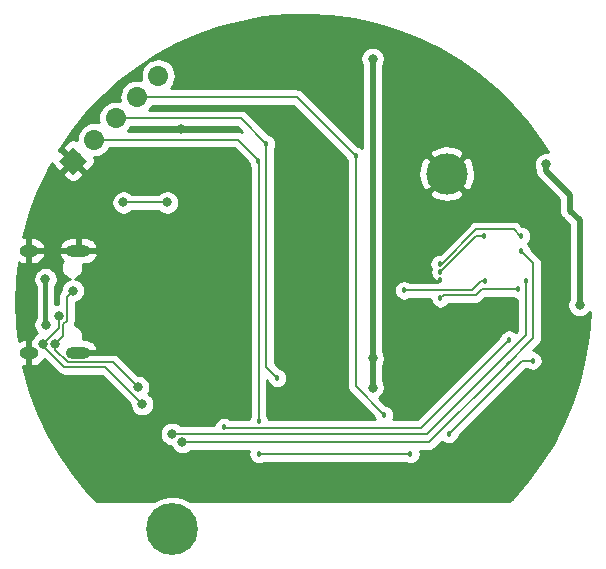
<source format=gbr>
G04 #@! TF.GenerationSoftware,KiCad,Pcbnew,(5.1.4-0-10_14)*
G04 #@! TF.CreationDate,2019-10-28T14:00:27+08:00*
G04 #@! TF.ProjectId,z2m_partner,7a326d5f-7061-4727-946e-65722e6b6963,rev?*
G04 #@! TF.SameCoordinates,Original*
G04 #@! TF.FileFunction,Copper,L2,Bot*
G04 #@! TF.FilePolarity,Positive*
%FSLAX46Y46*%
G04 Gerber Fmt 4.6, Leading zero omitted, Abs format (unit mm)*
G04 Created by KiCad (PCBNEW (5.1.4-0-10_14)) date 2019-10-28 14:00:27*
%MOMM*%
%LPD*%
G04 APERTURE LIST*
%ADD10C,4.399999*%
%ADD11C,0.700000*%
%ADD12C,3.500001*%
%ADD13C,1.700000*%
%ADD14C,0.100000*%
%ADD15C,1.700000*%
%ADD16O,1.600000X1.000000*%
%ADD17O,2.100000X1.000000*%
%ADD18C,0.457200*%
%ADD19C,0.800000*%
%ADD20C,0.508000*%
%ADD21C,0.203200*%
%ADD22C,0.381000*%
%ADD23C,0.254000*%
G04 APERTURE END LIST*
D10*
X173482000Y-122148600D03*
D11*
X175132000Y-122148600D03*
X174648726Y-123315326D03*
X173482000Y-123798600D03*
X172315274Y-123315326D03*
X171832000Y-122148600D03*
X172315274Y-120981874D03*
X173482000Y-120498600D03*
X174648726Y-120981874D03*
D12*
X196723000Y-92024200D03*
D13*
X165100000Y-90932000D03*
D14*
G36*
X166302082Y-90932000D02*
G01*
X165100000Y-92134082D01*
X163897918Y-90932000D01*
X165100000Y-89729918D01*
X166302082Y-90932000D01*
X166302082Y-90932000D01*
G37*
D13*
X166896051Y-89135949D03*
D15*
X166896051Y-89135949D02*
X166896051Y-89135949D01*
D13*
X168692102Y-87339898D03*
D15*
X168692102Y-87339898D02*
X168692102Y-87339898D01*
D13*
X170488154Y-85543846D03*
D15*
X170488154Y-85543846D02*
X170488154Y-85543846D01*
D13*
X172284205Y-83747795D03*
D15*
X172284205Y-83747795D02*
X172284205Y-83747795D01*
D16*
X161350000Y-107190000D03*
X161350000Y-98550000D03*
D17*
X165530000Y-107190000D03*
X165530000Y-98550000D03*
D18*
X196113400Y-100990400D03*
X196088000Y-103911400D03*
D19*
X207137000Y-110286800D03*
X201574400Y-119151400D03*
X204724000Y-115773200D03*
X204241400Y-113258600D03*
X200431400Y-114503200D03*
X185978800Y-111048800D03*
X184480200Y-111048800D03*
X183057800Y-111023400D03*
X193802000Y-106756200D03*
X204876400Y-96088200D03*
X204876400Y-94818200D03*
X204876400Y-93497400D03*
X202869800Y-91084400D03*
X203733400Y-90119200D03*
X174193200Y-88239600D03*
X177317400Y-90474800D03*
X174218600Y-103378000D03*
X172821600Y-103352600D03*
X169418000Y-103327200D03*
X170992800Y-103327200D03*
X174726600Y-109677200D03*
X174701200Y-111353600D03*
X174701200Y-112979200D03*
X172897800Y-117500400D03*
X177419000Y-118719600D03*
X163068000Y-93472000D03*
X184683400Y-98094800D03*
X185724800Y-98094800D03*
X186740800Y-98094800D03*
X183616600Y-98094800D03*
X183616600Y-97053400D03*
X184683400Y-97002600D03*
X185750200Y-97002600D03*
X186791600Y-96977200D03*
X183769000Y-91948000D03*
X184912000Y-91973400D03*
X186055000Y-91948000D03*
X187274200Y-91998800D03*
X187299600Y-93091000D03*
X186029600Y-93141800D03*
X184886600Y-93167200D03*
X183718200Y-93167200D03*
X178562000Y-83820000D03*
X179832000Y-83820000D03*
X181102000Y-83820000D03*
X182372000Y-83820000D03*
X181102000Y-79502000D03*
X182372000Y-79502000D03*
X183642000Y-79502000D03*
X184912000Y-79502000D03*
X186182000Y-79502000D03*
X187452000Y-79502000D03*
X188214000Y-86106000D03*
X192278000Y-86106000D03*
X192278000Y-87376000D03*
X195580000Y-87122000D03*
X166878000Y-113792000D03*
X168402000Y-115316000D03*
X183388000Y-105156000D03*
X184912000Y-105156000D03*
X186436000Y-105156000D03*
X181864000Y-117348000D03*
X183134000Y-117348000D03*
X184404000Y-117348000D03*
X185674000Y-117348000D03*
X187198000Y-117348000D03*
X188722000Y-117348000D03*
X205105000Y-91236800D03*
X207975200Y-103149400D03*
X190449200Y-82296000D03*
X190449200Y-110134400D03*
X190449200Y-107670600D03*
X173050200Y-94462600D03*
X169341800Y-94462600D03*
X162763200Y-104800400D03*
X162737800Y-100965000D03*
D18*
X180771800Y-90932000D03*
X193649600Y-115747800D03*
X180797200Y-115747800D03*
X180797200Y-113004600D03*
X181432200Y-89484200D03*
X182372000Y-109321600D03*
X189011400Y-90541000D03*
X196900800Y-114046000D03*
X203987400Y-107848400D03*
X191414400Y-112445800D03*
X202006200Y-106070400D03*
X177874000Y-113485000D03*
D19*
X174345600Y-114757200D03*
D18*
X202996800Y-98577400D03*
D19*
X173456600Y-114046000D03*
D18*
X203403200Y-101092000D03*
D19*
X162560000Y-106426000D03*
X170942000Y-111531400D03*
X163858500Y-104063800D03*
X163576000Y-106426000D03*
X170561000Y-110109000D03*
X165074600Y-101918400D03*
D18*
X193116200Y-101904800D03*
X199923400Y-101092000D03*
X196189600Y-100330000D03*
X199872600Y-97282000D03*
X196112924Y-99656859D03*
X203022200Y-97282000D03*
X196189600Y-102590600D03*
X202717400Y-101828600D03*
D20*
X205105000Y-91802485D02*
X207137000Y-93834485D01*
X205105000Y-91236800D02*
X205105000Y-91802485D01*
X207137000Y-93834485D02*
X207137000Y-95148400D01*
X207137000Y-95148400D02*
X207975200Y-95986600D01*
X207975200Y-95986600D02*
X207975200Y-103149400D01*
X190449200Y-82296000D02*
X190449200Y-110134400D01*
D21*
X173050200Y-94462600D02*
X169341800Y-94462600D01*
D22*
X162737800Y-104775000D02*
X162763200Y-104800400D01*
X162737800Y-100965000D02*
X162737800Y-104775000D01*
D21*
X168098132Y-89135949D02*
X166896051Y-89135949D01*
X180670200Y-90786511D02*
X179019638Y-89135949D01*
X179019638Y-89135949D02*
X168098132Y-89135949D01*
X188849000Y-115747800D02*
X193370200Y-115747800D01*
X193370200Y-115747800D02*
X193649600Y-115747800D01*
X180797200Y-90913511D02*
X180670200Y-90786511D01*
X180797200Y-113004600D02*
X180797200Y-90913511D01*
X188849000Y-115747800D02*
X180797200Y-115747800D01*
X181432200Y-89484200D02*
X179287898Y-87339898D01*
X179287898Y-87339898D02*
X179131502Y-87339898D01*
X168692102Y-87339898D02*
X179131502Y-87339898D01*
X181711600Y-108661200D02*
X182372000Y-109321600D01*
X181432200Y-108381800D02*
X181711600Y-108661200D01*
X181432200Y-89484200D02*
X181432200Y-108381800D01*
X184014246Y-85543846D02*
X170488154Y-85543846D01*
X189011400Y-90541000D02*
X184014246Y-85543846D01*
X196900800Y-114046000D02*
X203098400Y-107848400D01*
X203098400Y-107848400D02*
X203987400Y-107848400D01*
X189011400Y-110042800D02*
X191414400Y-112445800D01*
X189011400Y-109890400D02*
X189011400Y-110042800D01*
X189011400Y-90541000D02*
X189011400Y-109890400D01*
X180542703Y-113534801D02*
X194541799Y-113534801D01*
X194541799Y-113534801D02*
X202006200Y-106070400D01*
X177923801Y-113534801D02*
X177874000Y-113485000D01*
X180542703Y-113534801D02*
X177923801Y-113534801D01*
X174345600Y-114757200D02*
X195249800Y-114757200D01*
X201549000Y-108458000D02*
X202031600Y-107975400D01*
X195249800Y-114757200D02*
X201549000Y-108458000D01*
X203669900Y-99250500D02*
X202996800Y-98577400D01*
X204038200Y-99618800D02*
X203669900Y-99250500D01*
X204038200Y-105968800D02*
X204038200Y-99618800D01*
X201549000Y-108458000D02*
X204038200Y-105968800D01*
X185724800Y-114046000D02*
X173456600Y-114046000D01*
X195046600Y-114046000D02*
X185724800Y-114046000D01*
X203403200Y-105689400D02*
X195046600Y-114046000D01*
X203403200Y-101092000D02*
X203403200Y-105689400D01*
X170942000Y-111314224D02*
X170942000Y-111379000D01*
X171094400Y-111506000D02*
X171094400Y-111466624D01*
X167805420Y-108394820D02*
X166839580Y-108394820D01*
X170516601Y-111106001D02*
X167805420Y-108394820D01*
X166839580Y-108394820D02*
X167050375Y-108394820D01*
X170516601Y-111106001D02*
X170942000Y-111531400D01*
X163255399Y-105730601D02*
X162560000Y-106426000D01*
X163855400Y-105130600D02*
X163255399Y-105730601D01*
X163858500Y-104629485D02*
X163855400Y-104632585D01*
X163855400Y-104632585D02*
X163855400Y-105130600D01*
X163858500Y-104063800D02*
X163858500Y-104629485D01*
X162560000Y-106426000D02*
X162560000Y-106603800D01*
X164351020Y-108394820D02*
X164478020Y-108394820D01*
X162560000Y-106603800D02*
X164351020Y-108394820D01*
X166839580Y-108394820D02*
X164478020Y-108394820D01*
X168529000Y-108077000D02*
X170561000Y-110109000D01*
X164647963Y-107991610D02*
X168443610Y-107991610D01*
X168443610Y-107991610D02*
X168529000Y-108077000D01*
X163576000Y-106919647D02*
X164647963Y-107991610D01*
X163576000Y-106426000D02*
X163576000Y-106919647D01*
X164560101Y-102432899D02*
X165074600Y-101918400D01*
X164560101Y-104476699D02*
X164560101Y-102432899D01*
X164258610Y-104778190D02*
X164560101Y-104476699D01*
X164258610Y-105743390D02*
X164258610Y-104778190D01*
X163576000Y-106426000D02*
X164258610Y-105743390D01*
X193116200Y-101904800D02*
X198831200Y-101904800D01*
X198831200Y-101904800D02*
X199644000Y-101092000D01*
X199644000Y-101092000D02*
X199923400Y-101092000D01*
X196189600Y-100330000D02*
X196418199Y-100101401D01*
X196418199Y-100101401D02*
X197612000Y-98907600D01*
X197612000Y-98907600D02*
X199186800Y-97332800D01*
X199237600Y-97282000D02*
X199872600Y-97282000D01*
X199186800Y-97332800D02*
X199237600Y-97282000D01*
X199197577Y-96751799D02*
X202415799Y-96751799D01*
X196305176Y-99644200D02*
X199197577Y-96751799D01*
X196189600Y-99644200D02*
X196305176Y-99644200D01*
X202946000Y-97282000D02*
X203022200Y-97282000D01*
X202415799Y-96751799D02*
X202946000Y-97282000D01*
X196189600Y-102590600D02*
X196472190Y-102308010D01*
X196472190Y-102308010D02*
X199189990Y-102308010D01*
X199189990Y-102308010D02*
X199694800Y-101803200D01*
X202692000Y-101803200D02*
X202717400Y-101828600D01*
X199694800Y-101803200D02*
X202692000Y-101803200D01*
D23*
G36*
X186962364Y-78685014D02*
G01*
X188876239Y-78953130D01*
X190762762Y-79372455D01*
X192610007Y-79940340D01*
X194406293Y-80653193D01*
X196140265Y-81506508D01*
X197800959Y-82494890D01*
X199377876Y-83612090D01*
X200861047Y-84851044D01*
X202241094Y-86203921D01*
X203509293Y-87662165D01*
X204657625Y-89216559D01*
X205279884Y-90216310D01*
X205206939Y-90201800D01*
X205003061Y-90201800D01*
X204803102Y-90241574D01*
X204614744Y-90319595D01*
X204445226Y-90432863D01*
X204301063Y-90577026D01*
X204187795Y-90746544D01*
X204109774Y-90934902D01*
X204070000Y-91134861D01*
X204070000Y-91338739D01*
X204109774Y-91538698D01*
X204187795Y-91727056D01*
X204215104Y-91767926D01*
X204211700Y-91802485D01*
X204216000Y-91846145D01*
X204216000Y-91846152D01*
X204228864Y-91976759D01*
X204279697Y-92144336D01*
X204362248Y-92298776D01*
X204473342Y-92434144D01*
X204507259Y-92461979D01*
X206248000Y-94202721D01*
X206248001Y-95104731D01*
X206243700Y-95148400D01*
X206260864Y-95322674D01*
X206311698Y-95490252D01*
X206315626Y-95497600D01*
X206394248Y-95644691D01*
X206505342Y-95780059D01*
X206539259Y-95807894D01*
X207086200Y-96354836D01*
X207086201Y-102616931D01*
X207057995Y-102659144D01*
X206979974Y-102847502D01*
X206940200Y-103047461D01*
X206940200Y-103251339D01*
X206979974Y-103451298D01*
X207057995Y-103639656D01*
X207171263Y-103809174D01*
X207315426Y-103953337D01*
X207484944Y-104066605D01*
X207673302Y-104144626D01*
X207873261Y-104184400D01*
X208077139Y-104184400D01*
X208277098Y-104144626D01*
X208465456Y-104066605D01*
X208634974Y-103953337D01*
X208779137Y-103809174D01*
X208835784Y-103724396D01*
X208835784Y-103836282D01*
X208682242Y-105762737D01*
X208376128Y-107670903D01*
X207919377Y-109548717D01*
X207314877Y-111384305D01*
X206566451Y-113166063D01*
X205678829Y-114882727D01*
X204657625Y-116523441D01*
X203509293Y-118077835D01*
X202241094Y-119536079D01*
X202011656Y-119761000D01*
X175011566Y-119761000D01*
X174824875Y-119636257D01*
X174308939Y-119422549D01*
X173761223Y-119313601D01*
X173202777Y-119313601D01*
X172655061Y-119422549D01*
X172139125Y-119636257D01*
X171952434Y-119761000D01*
X167097194Y-119761000D01*
X166210307Y-118819567D01*
X165001086Y-117312056D01*
X163915459Y-115713238D01*
X162960291Y-114033221D01*
X162141620Y-112282626D01*
X161464622Y-110472522D01*
X160933577Y-108614352D01*
X160873136Y-108314392D01*
X160923000Y-108325000D01*
X161223000Y-108325000D01*
X161223000Y-107317000D01*
X161203000Y-107317000D01*
X161203000Y-107063000D01*
X161223000Y-107063000D01*
X161223000Y-106055000D01*
X161477000Y-106055000D01*
X161477000Y-107063000D01*
X161497000Y-107063000D01*
X161497000Y-107317000D01*
X161477000Y-107317000D01*
X161477000Y-108325000D01*
X161777000Y-108325000D01*
X161995987Y-108278415D01*
X162201678Y-108190003D01*
X162386169Y-108063161D01*
X162542369Y-107902764D01*
X162650574Y-107736083D01*
X163804577Y-108890087D01*
X163827645Y-108918195D01*
X163855751Y-108941261D01*
X163855752Y-108941262D01*
X163904629Y-108981374D01*
X163939807Y-109010244D01*
X164067771Y-109078642D01*
X164163700Y-109107742D01*
X164206621Y-109120762D01*
X164351020Y-109134984D01*
X164387206Y-109131420D01*
X167500311Y-109131420D01*
X169907000Y-111538110D01*
X169907000Y-111633339D01*
X169946774Y-111833298D01*
X170024795Y-112021656D01*
X170138063Y-112191174D01*
X170282226Y-112335337D01*
X170451744Y-112448605D01*
X170640102Y-112526626D01*
X170840061Y-112566400D01*
X171043939Y-112566400D01*
X171243898Y-112526626D01*
X171432256Y-112448605D01*
X171601774Y-112335337D01*
X171745937Y-112191174D01*
X171859205Y-112021656D01*
X171937226Y-111833298D01*
X171977000Y-111633339D01*
X171977000Y-111429461D01*
X171937226Y-111229502D01*
X171859205Y-111041144D01*
X171745937Y-110871626D01*
X171601774Y-110727463D01*
X171457122Y-110630810D01*
X171478205Y-110599256D01*
X171556226Y-110410898D01*
X171596000Y-110210939D01*
X171596000Y-110007061D01*
X171556226Y-109807102D01*
X171478205Y-109618744D01*
X171364937Y-109449226D01*
X171220774Y-109305063D01*
X171051256Y-109191795D01*
X170862898Y-109113774D01*
X170662939Y-109074000D01*
X170567710Y-109074000D01*
X169024267Y-107530558D01*
X168990056Y-107496347D01*
X168966985Y-107468235D01*
X168854823Y-107376186D01*
X168726859Y-107307788D01*
X168588009Y-107265668D01*
X168479796Y-107255010D01*
X168479793Y-107255010D01*
X168443610Y-107251446D01*
X168407427Y-107255010D01*
X165383000Y-107255010D01*
X165383000Y-107063000D01*
X165403000Y-107063000D01*
X165403000Y-107043000D01*
X165657000Y-107043000D01*
X165657000Y-107063000D01*
X167047954Y-107063000D01*
X167174119Y-106888126D01*
X167094276Y-106665024D01*
X166972369Y-106477236D01*
X166816169Y-106316839D01*
X166631678Y-106189997D01*
X166425987Y-106101585D01*
X166207000Y-106055000D01*
X165916904Y-106055000D01*
X165923108Y-106040022D01*
X165960000Y-105854552D01*
X165960000Y-105665448D01*
X165923108Y-105479978D01*
X165850741Y-105305269D01*
X165745681Y-105148036D01*
X165611964Y-105014319D01*
X165454731Y-104909259D01*
X165280022Y-104836892D01*
X165210217Y-104823007D01*
X165243923Y-104759948D01*
X165286043Y-104621098D01*
X165296701Y-104512885D01*
X165296701Y-104512884D01*
X165300265Y-104476699D01*
X165296701Y-104440513D01*
X165296701Y-102929498D01*
X165376498Y-102913626D01*
X165564856Y-102835605D01*
X165734374Y-102722337D01*
X165878537Y-102578174D01*
X165991805Y-102408656D01*
X166069826Y-102220298D01*
X166109600Y-102020339D01*
X166109600Y-101816461D01*
X166069826Y-101616502D01*
X165991805Y-101428144D01*
X165878537Y-101258626D01*
X165734374Y-101114463D01*
X165564856Y-101001195D01*
X165376498Y-100923174D01*
X165277820Y-100903546D01*
X165280022Y-100903108D01*
X165454731Y-100830741D01*
X165611964Y-100725681D01*
X165745681Y-100591964D01*
X165850741Y-100434731D01*
X165923108Y-100260022D01*
X165960000Y-100074552D01*
X165960000Y-99885448D01*
X165923108Y-99699978D01*
X165916904Y-99685000D01*
X166207000Y-99685000D01*
X166425987Y-99638415D01*
X166631678Y-99550003D01*
X166816169Y-99423161D01*
X166972369Y-99262764D01*
X167094276Y-99074976D01*
X167174119Y-98851874D01*
X167047954Y-98677000D01*
X165657000Y-98677000D01*
X165657000Y-98697000D01*
X165403000Y-98697000D01*
X165403000Y-98677000D01*
X164012046Y-98677000D01*
X163885881Y-98851874D01*
X163965724Y-99074976D01*
X164087631Y-99262764D01*
X164228206Y-99407116D01*
X164149259Y-99525269D01*
X164076892Y-99699978D01*
X164040000Y-99885448D01*
X164040000Y-100074552D01*
X164076892Y-100260022D01*
X164149259Y-100434731D01*
X164254319Y-100591964D01*
X164388036Y-100725681D01*
X164545269Y-100830741D01*
X164719978Y-100903108D01*
X164796780Y-100918385D01*
X164772702Y-100923174D01*
X164584344Y-101001195D01*
X164414826Y-101114463D01*
X164270663Y-101258626D01*
X164157395Y-101428144D01*
X164079374Y-101616502D01*
X164039600Y-101816461D01*
X164039600Y-101907166D01*
X164036727Y-101909524D01*
X164013661Y-101937630D01*
X164013659Y-101937632D01*
X163944677Y-102021687D01*
X163876279Y-102149652D01*
X163856634Y-102214413D01*
X163848930Y-102239812D01*
X163834160Y-102288501D01*
X163819937Y-102432899D01*
X163823502Y-102469092D01*
X163823502Y-103028800D01*
X163756561Y-103028800D01*
X163563300Y-103067242D01*
X163563300Y-101592503D01*
X163655005Y-101455256D01*
X163733026Y-101266898D01*
X163772800Y-101066939D01*
X163772800Y-100863061D01*
X163733026Y-100663102D01*
X163655005Y-100474744D01*
X163541737Y-100305226D01*
X163397574Y-100161063D01*
X163228056Y-100047795D01*
X163039698Y-99969774D01*
X162839739Y-99930000D01*
X162635861Y-99930000D01*
X162435902Y-99969774D01*
X162247544Y-100047795D01*
X162078026Y-100161063D01*
X161933863Y-100305226D01*
X161820595Y-100474744D01*
X161742574Y-100663102D01*
X161702800Y-100863061D01*
X161702800Y-101066939D01*
X161742574Y-101266898D01*
X161820595Y-101455256D01*
X161912300Y-101592503D01*
X161912301Y-104210910D01*
X161845995Y-104310144D01*
X161767974Y-104498502D01*
X161728200Y-104698461D01*
X161728200Y-104902339D01*
X161767974Y-105102298D01*
X161845995Y-105290656D01*
X161959263Y-105460174D01*
X162032662Y-105533573D01*
X161900226Y-105622063D01*
X161756063Y-105766226D01*
X161642795Y-105935744D01*
X161593397Y-106055000D01*
X161477000Y-106055000D01*
X161223000Y-106055000D01*
X160923000Y-106055000D01*
X160704013Y-106101585D01*
X160498322Y-106189997D01*
X160489088Y-106196346D01*
X160321832Y-104801036D01*
X160245000Y-102870000D01*
X160321832Y-100938964D01*
X160489088Y-99543654D01*
X160498322Y-99550003D01*
X160704013Y-99638415D01*
X160923000Y-99685000D01*
X161223000Y-99685000D01*
X161223000Y-98677000D01*
X161477000Y-98677000D01*
X161477000Y-99685000D01*
X161777000Y-99685000D01*
X161995987Y-99638415D01*
X162201678Y-99550003D01*
X162386169Y-99423161D01*
X162542369Y-99262764D01*
X162664276Y-99074976D01*
X162744119Y-98851874D01*
X162617954Y-98677000D01*
X161477000Y-98677000D01*
X161223000Y-98677000D01*
X161203000Y-98677000D01*
X161203000Y-98423000D01*
X161223000Y-98423000D01*
X161223000Y-97415000D01*
X161477000Y-97415000D01*
X161477000Y-98423000D01*
X162617954Y-98423000D01*
X162744119Y-98248126D01*
X163885881Y-98248126D01*
X164012046Y-98423000D01*
X165403000Y-98423000D01*
X165403000Y-97415000D01*
X165657000Y-97415000D01*
X165657000Y-98423000D01*
X167047954Y-98423000D01*
X167174119Y-98248126D01*
X167094276Y-98025024D01*
X166972369Y-97837236D01*
X166816169Y-97676839D01*
X166631678Y-97549997D01*
X166425987Y-97461585D01*
X166207000Y-97415000D01*
X165657000Y-97415000D01*
X165403000Y-97415000D01*
X164853000Y-97415000D01*
X164634013Y-97461585D01*
X164428322Y-97549997D01*
X164243831Y-97676839D01*
X164087631Y-97837236D01*
X163965724Y-98025024D01*
X163885881Y-98248126D01*
X162744119Y-98248126D01*
X162664276Y-98025024D01*
X162542369Y-97837236D01*
X162386169Y-97676839D01*
X162201678Y-97549997D01*
X161995987Y-97461585D01*
X161777000Y-97415000D01*
X161477000Y-97415000D01*
X161223000Y-97415000D01*
X160923000Y-97415000D01*
X160873136Y-97425608D01*
X160933577Y-97125648D01*
X161464622Y-95267478D01*
X161803781Y-94360661D01*
X168306800Y-94360661D01*
X168306800Y-94564539D01*
X168346574Y-94764498D01*
X168424595Y-94952856D01*
X168537863Y-95122374D01*
X168682026Y-95266537D01*
X168851544Y-95379805D01*
X169039902Y-95457826D01*
X169239861Y-95497600D01*
X169443739Y-95497600D01*
X169643698Y-95457826D01*
X169832056Y-95379805D01*
X170001574Y-95266537D01*
X170068911Y-95199200D01*
X172323089Y-95199200D01*
X172390426Y-95266537D01*
X172559944Y-95379805D01*
X172748302Y-95457826D01*
X172948261Y-95497600D01*
X173152139Y-95497600D01*
X173352098Y-95457826D01*
X173540456Y-95379805D01*
X173709974Y-95266537D01*
X173854137Y-95122374D01*
X173967405Y-94952856D01*
X174045426Y-94764498D01*
X174085200Y-94564539D01*
X174085200Y-94360661D01*
X174045426Y-94160702D01*
X173967405Y-93972344D01*
X173854137Y-93802826D01*
X173709974Y-93658663D01*
X173540456Y-93545395D01*
X173352098Y-93467374D01*
X173152139Y-93427600D01*
X172948261Y-93427600D01*
X172748302Y-93467374D01*
X172559944Y-93545395D01*
X172390426Y-93658663D01*
X172323089Y-93726000D01*
X170068911Y-93726000D01*
X170001574Y-93658663D01*
X169832056Y-93545395D01*
X169643698Y-93467374D01*
X169443739Y-93427600D01*
X169239861Y-93427600D01*
X169039902Y-93467374D01*
X168851544Y-93545395D01*
X168682026Y-93658663D01*
X168537863Y-93802826D01*
X168424595Y-93972344D01*
X168346574Y-94160702D01*
X168306800Y-94360661D01*
X161803781Y-94360661D01*
X162141620Y-93457374D01*
X162842057Y-91959603D01*
X164252002Y-91959603D01*
X164252002Y-92184109D01*
X164648815Y-92585267D01*
X164745506Y-92664620D01*
X164855820Y-92723584D01*
X164975519Y-92759893D01*
X165100000Y-92772153D01*
X165224481Y-92759893D01*
X165344180Y-92723584D01*
X165454494Y-92664620D01*
X165551185Y-92585267D01*
X165947998Y-92184109D01*
X165947998Y-91959603D01*
X165100000Y-91111605D01*
X164252002Y-91959603D01*
X162842057Y-91959603D01*
X162960291Y-91706779D01*
X163292254Y-91122899D01*
X163308416Y-91176180D01*
X163367380Y-91286494D01*
X163446733Y-91383185D01*
X163847891Y-91779998D01*
X164072397Y-91779998D01*
X164920395Y-90932000D01*
X164072397Y-90084002D01*
X163882915Y-90084002D01*
X163915459Y-90026762D01*
X164150990Y-89679891D01*
X164252002Y-89679891D01*
X164252002Y-89904397D01*
X165100000Y-90752395D01*
X165114143Y-90738253D01*
X165293748Y-90917858D01*
X165279605Y-90932000D01*
X166127603Y-91779998D01*
X166352109Y-91779998D01*
X166753267Y-91383185D01*
X166832620Y-91286494D01*
X166891584Y-91176180D01*
X166927893Y-91056481D01*
X166940153Y-90932000D01*
X166927893Y-90807519D01*
X166891584Y-90687820D01*
X166855841Y-90620949D01*
X166969001Y-90620949D01*
X167187162Y-90599462D01*
X167467085Y-90514548D01*
X167725065Y-90376655D01*
X167951185Y-90191083D01*
X168136757Y-89964963D01*
X168186153Y-89872549D01*
X178714529Y-89872549D01*
X179920407Y-91078428D01*
X179941387Y-91183903D01*
X180006487Y-91341068D01*
X180060601Y-91422055D01*
X180060600Y-112552560D01*
X180031887Y-112595532D01*
X179966787Y-112752697D01*
X179957736Y-112798201D01*
X178400572Y-112798201D01*
X178283068Y-112719687D01*
X178125903Y-112654587D01*
X177959057Y-112621400D01*
X177788943Y-112621400D01*
X177622097Y-112654587D01*
X177464932Y-112719687D01*
X177323487Y-112814198D01*
X177203198Y-112934487D01*
X177108687Y-113075932D01*
X177043587Y-113233097D01*
X177028410Y-113309400D01*
X174183711Y-113309400D01*
X174116374Y-113242063D01*
X173946856Y-113128795D01*
X173758498Y-113050774D01*
X173558539Y-113011000D01*
X173354661Y-113011000D01*
X173154702Y-113050774D01*
X172966344Y-113128795D01*
X172796826Y-113242063D01*
X172652663Y-113386226D01*
X172539395Y-113555744D01*
X172461374Y-113744102D01*
X172421600Y-113944061D01*
X172421600Y-114147939D01*
X172461374Y-114347898D01*
X172539395Y-114536256D01*
X172652663Y-114705774D01*
X172796826Y-114849937D01*
X172966344Y-114963205D01*
X173154702Y-115041226D01*
X173354661Y-115081000D01*
X173359446Y-115081000D01*
X173428395Y-115247456D01*
X173541663Y-115416974D01*
X173685826Y-115561137D01*
X173855344Y-115674405D01*
X174043702Y-115752426D01*
X174243661Y-115792200D01*
X174447539Y-115792200D01*
X174647498Y-115752426D01*
X174835856Y-115674405D01*
X175005374Y-115561137D01*
X175072711Y-115493800D01*
X179967656Y-115493800D01*
X179966787Y-115495897D01*
X179933600Y-115662743D01*
X179933600Y-115832857D01*
X179966787Y-115999703D01*
X180031887Y-116156868D01*
X180126398Y-116298313D01*
X180246687Y-116418602D01*
X180388132Y-116513113D01*
X180545297Y-116578213D01*
X180712143Y-116611400D01*
X180882257Y-116611400D01*
X181049103Y-116578213D01*
X181206268Y-116513113D01*
X181249240Y-116484400D01*
X193197560Y-116484400D01*
X193240532Y-116513113D01*
X193397697Y-116578213D01*
X193564543Y-116611400D01*
X193734657Y-116611400D01*
X193901503Y-116578213D01*
X194058668Y-116513113D01*
X194200113Y-116418602D01*
X194320402Y-116298313D01*
X194414913Y-116156868D01*
X194480013Y-115999703D01*
X194513200Y-115832857D01*
X194513200Y-115662743D01*
X194480013Y-115495897D01*
X194479144Y-115493800D01*
X195213617Y-115493800D01*
X195249800Y-115497364D01*
X195285983Y-115493800D01*
X195285986Y-115493800D01*
X195394199Y-115483142D01*
X195533049Y-115441022D01*
X195661013Y-115372624D01*
X195773175Y-115280575D01*
X195796246Y-115252463D01*
X196341097Y-114707612D01*
X196350287Y-114716802D01*
X196491732Y-114811313D01*
X196648897Y-114876413D01*
X196815743Y-114909600D01*
X196985857Y-114909600D01*
X197152703Y-114876413D01*
X197309868Y-114811313D01*
X197451313Y-114716802D01*
X197571602Y-114596513D01*
X197666113Y-114455068D01*
X197731213Y-114297903D01*
X197741296Y-114247214D01*
X203403510Y-108585000D01*
X203535360Y-108585000D01*
X203578332Y-108613713D01*
X203735497Y-108678813D01*
X203902343Y-108712000D01*
X204072457Y-108712000D01*
X204239303Y-108678813D01*
X204396468Y-108613713D01*
X204537913Y-108519202D01*
X204658202Y-108398913D01*
X204752713Y-108257468D01*
X204817813Y-108100303D01*
X204851000Y-107933457D01*
X204851000Y-107763343D01*
X204817813Y-107596497D01*
X204752713Y-107439332D01*
X204658202Y-107297887D01*
X204537913Y-107177598D01*
X204396468Y-107083087D01*
X204239303Y-107017987D01*
X204072457Y-106984800D01*
X204063909Y-106984800D01*
X204533468Y-106515241D01*
X204561574Y-106492175D01*
X204653624Y-106380013D01*
X204722022Y-106252049D01*
X204764142Y-106113199D01*
X204774800Y-106004986D01*
X204774800Y-106004977D01*
X204778363Y-105968801D01*
X204774800Y-105932625D01*
X204774800Y-99654986D01*
X204778364Y-99618800D01*
X204764142Y-99474401D01*
X204746905Y-99417579D01*
X204722022Y-99335551D01*
X204653624Y-99207587D01*
X204561575Y-99095425D01*
X204533463Y-99072354D01*
X204216347Y-98755238D01*
X204216342Y-98755232D01*
X203837295Y-98376186D01*
X203827213Y-98325497D01*
X203762113Y-98168332D01*
X203667602Y-98026887D01*
X203583115Y-97942400D01*
X203693002Y-97832513D01*
X203787513Y-97691068D01*
X203852613Y-97533903D01*
X203885800Y-97367057D01*
X203885800Y-97196943D01*
X203852613Y-97030097D01*
X203787513Y-96872932D01*
X203693002Y-96731487D01*
X203572713Y-96611198D01*
X203431268Y-96516687D01*
X203274103Y-96451587D01*
X203128293Y-96422584D01*
X202962245Y-96256536D01*
X202939174Y-96228424D01*
X202827012Y-96136375D01*
X202699048Y-96067977D01*
X202560198Y-96025857D01*
X202451985Y-96015199D01*
X202451982Y-96015199D01*
X202415799Y-96011635D01*
X202379616Y-96015199D01*
X199233763Y-96015199D01*
X199197577Y-96011635D01*
X199161391Y-96015199D01*
X199053178Y-96025857D01*
X198914328Y-96067977D01*
X198786364Y-96136375D01*
X198674202Y-96228424D01*
X198651136Y-96256530D01*
X196114408Y-98793259D01*
X196027867Y-98793259D01*
X195861021Y-98826446D01*
X195703856Y-98891546D01*
X195562411Y-98986057D01*
X195442122Y-99106346D01*
X195347611Y-99247791D01*
X195282511Y-99404956D01*
X195249324Y-99571802D01*
X195249324Y-99741916D01*
X195282511Y-99908762D01*
X195347611Y-100065927D01*
X195358397Y-100082069D01*
X195326000Y-100244943D01*
X195326000Y-100415057D01*
X195359187Y-100581903D01*
X195424287Y-100739068D01*
X195518798Y-100880513D01*
X195639087Y-101000802D01*
X195780532Y-101095313D01*
X195937697Y-101160413D01*
X195976846Y-101168200D01*
X193568240Y-101168200D01*
X193525268Y-101139487D01*
X193368103Y-101074387D01*
X193201257Y-101041200D01*
X193031143Y-101041200D01*
X192864297Y-101074387D01*
X192707132Y-101139487D01*
X192565687Y-101233998D01*
X192445398Y-101354287D01*
X192350887Y-101495732D01*
X192285787Y-101652897D01*
X192252600Y-101819743D01*
X192252600Y-101989857D01*
X192285787Y-102156703D01*
X192350887Y-102313868D01*
X192445398Y-102455313D01*
X192565687Y-102575602D01*
X192707132Y-102670113D01*
X192864297Y-102735213D01*
X193031143Y-102768400D01*
X193201257Y-102768400D01*
X193368103Y-102735213D01*
X193525268Y-102670113D01*
X193568240Y-102641400D01*
X195326000Y-102641400D01*
X195326000Y-102675657D01*
X195359187Y-102842503D01*
X195424287Y-102999668D01*
X195518798Y-103141113D01*
X195639087Y-103261402D01*
X195780532Y-103355913D01*
X195937697Y-103421013D01*
X196104543Y-103454200D01*
X196274657Y-103454200D01*
X196441503Y-103421013D01*
X196598668Y-103355913D01*
X196740113Y-103261402D01*
X196860402Y-103141113D01*
X196924884Y-103044610D01*
X199153807Y-103044610D01*
X199189990Y-103048174D01*
X199226173Y-103044610D01*
X199226176Y-103044610D01*
X199334389Y-103033952D01*
X199473239Y-102991832D01*
X199601203Y-102923434D01*
X199713365Y-102831385D01*
X199736435Y-102803274D01*
X199999910Y-102539800D01*
X202227347Y-102539800D01*
X202308332Y-102593913D01*
X202465497Y-102659013D01*
X202632343Y-102692200D01*
X202666600Y-102692200D01*
X202666601Y-105384289D01*
X202604003Y-105446888D01*
X202556713Y-105399598D01*
X202415268Y-105305087D01*
X202258103Y-105239987D01*
X202091257Y-105206800D01*
X201921143Y-105206800D01*
X201754297Y-105239987D01*
X201597132Y-105305087D01*
X201455687Y-105399598D01*
X201335398Y-105519887D01*
X201240887Y-105661332D01*
X201175787Y-105818497D01*
X201165705Y-105869185D01*
X194236690Y-112798201D01*
X192203185Y-112798201D01*
X192244813Y-112697703D01*
X192278000Y-112530857D01*
X192278000Y-112360743D01*
X192244813Y-112193897D01*
X192179713Y-112036732D01*
X192085202Y-111895287D01*
X191964913Y-111774998D01*
X191823468Y-111680487D01*
X191666303Y-111615387D01*
X191615615Y-111605305D01*
X191012865Y-111002555D01*
X191108974Y-110938337D01*
X191253137Y-110794174D01*
X191366405Y-110624656D01*
X191444426Y-110436298D01*
X191484200Y-110236339D01*
X191484200Y-110032461D01*
X191444426Y-109832502D01*
X191366405Y-109644144D01*
X191338200Y-109601932D01*
X191338200Y-108203068D01*
X191366405Y-108160856D01*
X191444426Y-107972498D01*
X191484200Y-107772539D01*
X191484200Y-107568661D01*
X191444426Y-107368702D01*
X191366405Y-107180344D01*
X191338200Y-107138132D01*
X191338200Y-93693809D01*
X195232997Y-93693809D01*
X195419073Y-94034966D01*
X195836409Y-94250713D01*
X196287815Y-94380896D01*
X196755946Y-94420513D01*
X197222811Y-94368042D01*
X197670468Y-94225497D01*
X198026927Y-94034966D01*
X198213003Y-93693809D01*
X196723000Y-92203805D01*
X195232997Y-93693809D01*
X191338200Y-93693809D01*
X191338200Y-92057146D01*
X194326687Y-92057146D01*
X194379158Y-92524011D01*
X194521703Y-92971668D01*
X194712234Y-93328127D01*
X195053391Y-93514203D01*
X196543395Y-92024200D01*
X196902605Y-92024200D01*
X198392609Y-93514203D01*
X198733766Y-93328127D01*
X198949513Y-92910791D01*
X199079696Y-92459385D01*
X199119313Y-91991254D01*
X199066842Y-91524389D01*
X198924297Y-91076732D01*
X198733766Y-90720273D01*
X198392609Y-90534197D01*
X196902605Y-92024200D01*
X196543395Y-92024200D01*
X195053391Y-90534197D01*
X194712234Y-90720273D01*
X194496487Y-91137609D01*
X194366304Y-91589015D01*
X194326687Y-92057146D01*
X191338200Y-92057146D01*
X191338200Y-90354591D01*
X195232997Y-90354591D01*
X196723000Y-91844595D01*
X198213003Y-90354591D01*
X198026927Y-90013434D01*
X197609591Y-89797687D01*
X197158185Y-89667504D01*
X196690054Y-89627887D01*
X196223189Y-89680358D01*
X195775532Y-89822903D01*
X195419073Y-90013434D01*
X195232997Y-90354591D01*
X191338200Y-90354591D01*
X191338200Y-82828468D01*
X191366405Y-82786256D01*
X191444426Y-82597898D01*
X191484200Y-82397939D01*
X191484200Y-82194061D01*
X191444426Y-81994102D01*
X191366405Y-81805744D01*
X191253137Y-81636226D01*
X191108974Y-81492063D01*
X190939456Y-81378795D01*
X190751098Y-81300774D01*
X190551139Y-81261000D01*
X190347261Y-81261000D01*
X190147302Y-81300774D01*
X189958944Y-81378795D01*
X189789426Y-81492063D01*
X189645263Y-81636226D01*
X189531995Y-81805744D01*
X189453974Y-81994102D01*
X189414200Y-82194061D01*
X189414200Y-82397939D01*
X189453974Y-82597898D01*
X189531995Y-82786256D01*
X189560200Y-82828468D01*
X189560200Y-89869054D01*
X189420468Y-89775687D01*
X189263303Y-89710587D01*
X189212615Y-89700505D01*
X184560692Y-85048583D01*
X184537621Y-85020471D01*
X184425459Y-84928422D01*
X184297495Y-84860024D01*
X184158645Y-84817904D01*
X184050432Y-84807246D01*
X184050429Y-84807246D01*
X184014246Y-84803682D01*
X183978063Y-84807246D01*
X173334079Y-84807246D01*
X173339339Y-84802929D01*
X173524911Y-84576809D01*
X173662804Y-84318829D01*
X173747718Y-84038906D01*
X173776390Y-83747795D01*
X173747718Y-83456684D01*
X173662804Y-83176761D01*
X173524911Y-82918781D01*
X173339339Y-82692661D01*
X173113219Y-82507089D01*
X172855239Y-82369196D01*
X172575316Y-82284282D01*
X172357155Y-82262795D01*
X172211255Y-82262795D01*
X171993094Y-82284282D01*
X171713171Y-82369196D01*
X171455191Y-82507089D01*
X171229071Y-82692661D01*
X171043499Y-82918781D01*
X170905606Y-83176761D01*
X170820692Y-83456684D01*
X170792020Y-83747795D01*
X170820692Y-84038906D01*
X170838731Y-84098372D01*
X170779265Y-84080333D01*
X170561104Y-84058846D01*
X170415204Y-84058846D01*
X170197043Y-84080333D01*
X169917120Y-84165247D01*
X169659140Y-84303140D01*
X169433020Y-84488712D01*
X169247448Y-84714832D01*
X169109555Y-84972812D01*
X169024641Y-85252735D01*
X168995969Y-85543846D01*
X169024641Y-85834957D01*
X169042680Y-85894424D01*
X168983213Y-85876385D01*
X168765052Y-85854898D01*
X168619152Y-85854898D01*
X168400991Y-85876385D01*
X168121068Y-85961299D01*
X167863088Y-86099192D01*
X167636968Y-86284764D01*
X167451396Y-86510884D01*
X167313503Y-86768864D01*
X167228589Y-87048787D01*
X167199917Y-87339898D01*
X167228589Y-87631009D01*
X167246628Y-87690475D01*
X167187162Y-87672436D01*
X166969001Y-87650949D01*
X166823101Y-87650949D01*
X166604940Y-87672436D01*
X166325017Y-87757350D01*
X166067037Y-87895243D01*
X165840917Y-88080815D01*
X165655345Y-88306935D01*
X165517452Y-88564915D01*
X165432538Y-88844838D01*
X165403866Y-89135949D01*
X165407647Y-89174340D01*
X165344180Y-89140416D01*
X165224481Y-89104107D01*
X165100000Y-89091847D01*
X164975519Y-89104107D01*
X164855820Y-89140416D01*
X164745506Y-89199380D01*
X164648815Y-89278733D01*
X164252002Y-89679891D01*
X164150990Y-89679891D01*
X165001086Y-88427944D01*
X166210307Y-86920433D01*
X167535477Y-85513761D01*
X168968219Y-84216820D01*
X170499474Y-83037810D01*
X172119561Y-81984187D01*
X173818237Y-81062609D01*
X175584762Y-80278906D01*
X177407969Y-79638030D01*
X179276330Y-79144035D01*
X181178033Y-78800042D01*
X183101054Y-78608228D01*
X185033237Y-78569804D01*
X186962364Y-78685014D01*
X186962364Y-78685014D01*
G37*
X186962364Y-78685014D02*
X188876239Y-78953130D01*
X190762762Y-79372455D01*
X192610007Y-79940340D01*
X194406293Y-80653193D01*
X196140265Y-81506508D01*
X197800959Y-82494890D01*
X199377876Y-83612090D01*
X200861047Y-84851044D01*
X202241094Y-86203921D01*
X203509293Y-87662165D01*
X204657625Y-89216559D01*
X205279884Y-90216310D01*
X205206939Y-90201800D01*
X205003061Y-90201800D01*
X204803102Y-90241574D01*
X204614744Y-90319595D01*
X204445226Y-90432863D01*
X204301063Y-90577026D01*
X204187795Y-90746544D01*
X204109774Y-90934902D01*
X204070000Y-91134861D01*
X204070000Y-91338739D01*
X204109774Y-91538698D01*
X204187795Y-91727056D01*
X204215104Y-91767926D01*
X204211700Y-91802485D01*
X204216000Y-91846145D01*
X204216000Y-91846152D01*
X204228864Y-91976759D01*
X204279697Y-92144336D01*
X204362248Y-92298776D01*
X204473342Y-92434144D01*
X204507259Y-92461979D01*
X206248000Y-94202721D01*
X206248001Y-95104731D01*
X206243700Y-95148400D01*
X206260864Y-95322674D01*
X206311698Y-95490252D01*
X206315626Y-95497600D01*
X206394248Y-95644691D01*
X206505342Y-95780059D01*
X206539259Y-95807894D01*
X207086200Y-96354836D01*
X207086201Y-102616931D01*
X207057995Y-102659144D01*
X206979974Y-102847502D01*
X206940200Y-103047461D01*
X206940200Y-103251339D01*
X206979974Y-103451298D01*
X207057995Y-103639656D01*
X207171263Y-103809174D01*
X207315426Y-103953337D01*
X207484944Y-104066605D01*
X207673302Y-104144626D01*
X207873261Y-104184400D01*
X208077139Y-104184400D01*
X208277098Y-104144626D01*
X208465456Y-104066605D01*
X208634974Y-103953337D01*
X208779137Y-103809174D01*
X208835784Y-103724396D01*
X208835784Y-103836282D01*
X208682242Y-105762737D01*
X208376128Y-107670903D01*
X207919377Y-109548717D01*
X207314877Y-111384305D01*
X206566451Y-113166063D01*
X205678829Y-114882727D01*
X204657625Y-116523441D01*
X203509293Y-118077835D01*
X202241094Y-119536079D01*
X202011656Y-119761000D01*
X175011566Y-119761000D01*
X174824875Y-119636257D01*
X174308939Y-119422549D01*
X173761223Y-119313601D01*
X173202777Y-119313601D01*
X172655061Y-119422549D01*
X172139125Y-119636257D01*
X171952434Y-119761000D01*
X167097194Y-119761000D01*
X166210307Y-118819567D01*
X165001086Y-117312056D01*
X163915459Y-115713238D01*
X162960291Y-114033221D01*
X162141620Y-112282626D01*
X161464622Y-110472522D01*
X160933577Y-108614352D01*
X160873136Y-108314392D01*
X160923000Y-108325000D01*
X161223000Y-108325000D01*
X161223000Y-107317000D01*
X161203000Y-107317000D01*
X161203000Y-107063000D01*
X161223000Y-107063000D01*
X161223000Y-106055000D01*
X161477000Y-106055000D01*
X161477000Y-107063000D01*
X161497000Y-107063000D01*
X161497000Y-107317000D01*
X161477000Y-107317000D01*
X161477000Y-108325000D01*
X161777000Y-108325000D01*
X161995987Y-108278415D01*
X162201678Y-108190003D01*
X162386169Y-108063161D01*
X162542369Y-107902764D01*
X162650574Y-107736083D01*
X163804577Y-108890087D01*
X163827645Y-108918195D01*
X163855751Y-108941261D01*
X163855752Y-108941262D01*
X163904629Y-108981374D01*
X163939807Y-109010244D01*
X164067771Y-109078642D01*
X164163700Y-109107742D01*
X164206621Y-109120762D01*
X164351020Y-109134984D01*
X164387206Y-109131420D01*
X167500311Y-109131420D01*
X169907000Y-111538110D01*
X169907000Y-111633339D01*
X169946774Y-111833298D01*
X170024795Y-112021656D01*
X170138063Y-112191174D01*
X170282226Y-112335337D01*
X170451744Y-112448605D01*
X170640102Y-112526626D01*
X170840061Y-112566400D01*
X171043939Y-112566400D01*
X171243898Y-112526626D01*
X171432256Y-112448605D01*
X171601774Y-112335337D01*
X171745937Y-112191174D01*
X171859205Y-112021656D01*
X171937226Y-111833298D01*
X171977000Y-111633339D01*
X171977000Y-111429461D01*
X171937226Y-111229502D01*
X171859205Y-111041144D01*
X171745937Y-110871626D01*
X171601774Y-110727463D01*
X171457122Y-110630810D01*
X171478205Y-110599256D01*
X171556226Y-110410898D01*
X171596000Y-110210939D01*
X171596000Y-110007061D01*
X171556226Y-109807102D01*
X171478205Y-109618744D01*
X171364937Y-109449226D01*
X171220774Y-109305063D01*
X171051256Y-109191795D01*
X170862898Y-109113774D01*
X170662939Y-109074000D01*
X170567710Y-109074000D01*
X169024267Y-107530558D01*
X168990056Y-107496347D01*
X168966985Y-107468235D01*
X168854823Y-107376186D01*
X168726859Y-107307788D01*
X168588009Y-107265668D01*
X168479796Y-107255010D01*
X168479793Y-107255010D01*
X168443610Y-107251446D01*
X168407427Y-107255010D01*
X165383000Y-107255010D01*
X165383000Y-107063000D01*
X165403000Y-107063000D01*
X165403000Y-107043000D01*
X165657000Y-107043000D01*
X165657000Y-107063000D01*
X167047954Y-107063000D01*
X167174119Y-106888126D01*
X167094276Y-106665024D01*
X166972369Y-106477236D01*
X166816169Y-106316839D01*
X166631678Y-106189997D01*
X166425987Y-106101585D01*
X166207000Y-106055000D01*
X165916904Y-106055000D01*
X165923108Y-106040022D01*
X165960000Y-105854552D01*
X165960000Y-105665448D01*
X165923108Y-105479978D01*
X165850741Y-105305269D01*
X165745681Y-105148036D01*
X165611964Y-105014319D01*
X165454731Y-104909259D01*
X165280022Y-104836892D01*
X165210217Y-104823007D01*
X165243923Y-104759948D01*
X165286043Y-104621098D01*
X165296701Y-104512885D01*
X165296701Y-104512884D01*
X165300265Y-104476699D01*
X165296701Y-104440513D01*
X165296701Y-102929498D01*
X165376498Y-102913626D01*
X165564856Y-102835605D01*
X165734374Y-102722337D01*
X165878537Y-102578174D01*
X165991805Y-102408656D01*
X166069826Y-102220298D01*
X166109600Y-102020339D01*
X166109600Y-101816461D01*
X166069826Y-101616502D01*
X165991805Y-101428144D01*
X165878537Y-101258626D01*
X165734374Y-101114463D01*
X165564856Y-101001195D01*
X165376498Y-100923174D01*
X165277820Y-100903546D01*
X165280022Y-100903108D01*
X165454731Y-100830741D01*
X165611964Y-100725681D01*
X165745681Y-100591964D01*
X165850741Y-100434731D01*
X165923108Y-100260022D01*
X165960000Y-100074552D01*
X165960000Y-99885448D01*
X165923108Y-99699978D01*
X165916904Y-99685000D01*
X166207000Y-99685000D01*
X166425987Y-99638415D01*
X166631678Y-99550003D01*
X166816169Y-99423161D01*
X166972369Y-99262764D01*
X167094276Y-99074976D01*
X167174119Y-98851874D01*
X167047954Y-98677000D01*
X165657000Y-98677000D01*
X165657000Y-98697000D01*
X165403000Y-98697000D01*
X165403000Y-98677000D01*
X164012046Y-98677000D01*
X163885881Y-98851874D01*
X163965724Y-99074976D01*
X164087631Y-99262764D01*
X164228206Y-99407116D01*
X164149259Y-99525269D01*
X164076892Y-99699978D01*
X164040000Y-99885448D01*
X164040000Y-100074552D01*
X164076892Y-100260022D01*
X164149259Y-100434731D01*
X164254319Y-100591964D01*
X164388036Y-100725681D01*
X164545269Y-100830741D01*
X164719978Y-100903108D01*
X164796780Y-100918385D01*
X164772702Y-100923174D01*
X164584344Y-101001195D01*
X164414826Y-101114463D01*
X164270663Y-101258626D01*
X164157395Y-101428144D01*
X164079374Y-101616502D01*
X164039600Y-101816461D01*
X164039600Y-101907166D01*
X164036727Y-101909524D01*
X164013661Y-101937630D01*
X164013659Y-101937632D01*
X163944677Y-102021687D01*
X163876279Y-102149652D01*
X163856634Y-102214413D01*
X163848930Y-102239812D01*
X163834160Y-102288501D01*
X163819937Y-102432899D01*
X163823502Y-102469092D01*
X163823502Y-103028800D01*
X163756561Y-103028800D01*
X163563300Y-103067242D01*
X163563300Y-101592503D01*
X163655005Y-101455256D01*
X163733026Y-101266898D01*
X163772800Y-101066939D01*
X163772800Y-100863061D01*
X163733026Y-100663102D01*
X163655005Y-100474744D01*
X163541737Y-100305226D01*
X163397574Y-100161063D01*
X163228056Y-100047795D01*
X163039698Y-99969774D01*
X162839739Y-99930000D01*
X162635861Y-99930000D01*
X162435902Y-99969774D01*
X162247544Y-100047795D01*
X162078026Y-100161063D01*
X161933863Y-100305226D01*
X161820595Y-100474744D01*
X161742574Y-100663102D01*
X161702800Y-100863061D01*
X161702800Y-101066939D01*
X161742574Y-101266898D01*
X161820595Y-101455256D01*
X161912300Y-101592503D01*
X161912301Y-104210910D01*
X161845995Y-104310144D01*
X161767974Y-104498502D01*
X161728200Y-104698461D01*
X161728200Y-104902339D01*
X161767974Y-105102298D01*
X161845995Y-105290656D01*
X161959263Y-105460174D01*
X162032662Y-105533573D01*
X161900226Y-105622063D01*
X161756063Y-105766226D01*
X161642795Y-105935744D01*
X161593397Y-106055000D01*
X161477000Y-106055000D01*
X161223000Y-106055000D01*
X160923000Y-106055000D01*
X160704013Y-106101585D01*
X160498322Y-106189997D01*
X160489088Y-106196346D01*
X160321832Y-104801036D01*
X160245000Y-102870000D01*
X160321832Y-100938964D01*
X160489088Y-99543654D01*
X160498322Y-99550003D01*
X160704013Y-99638415D01*
X160923000Y-99685000D01*
X161223000Y-99685000D01*
X161223000Y-98677000D01*
X161477000Y-98677000D01*
X161477000Y-99685000D01*
X161777000Y-99685000D01*
X161995987Y-99638415D01*
X162201678Y-99550003D01*
X162386169Y-99423161D01*
X162542369Y-99262764D01*
X162664276Y-99074976D01*
X162744119Y-98851874D01*
X162617954Y-98677000D01*
X161477000Y-98677000D01*
X161223000Y-98677000D01*
X161203000Y-98677000D01*
X161203000Y-98423000D01*
X161223000Y-98423000D01*
X161223000Y-97415000D01*
X161477000Y-97415000D01*
X161477000Y-98423000D01*
X162617954Y-98423000D01*
X162744119Y-98248126D01*
X163885881Y-98248126D01*
X164012046Y-98423000D01*
X165403000Y-98423000D01*
X165403000Y-97415000D01*
X165657000Y-97415000D01*
X165657000Y-98423000D01*
X167047954Y-98423000D01*
X167174119Y-98248126D01*
X167094276Y-98025024D01*
X166972369Y-97837236D01*
X166816169Y-97676839D01*
X166631678Y-97549997D01*
X166425987Y-97461585D01*
X166207000Y-97415000D01*
X165657000Y-97415000D01*
X165403000Y-97415000D01*
X164853000Y-97415000D01*
X164634013Y-97461585D01*
X164428322Y-97549997D01*
X164243831Y-97676839D01*
X164087631Y-97837236D01*
X163965724Y-98025024D01*
X163885881Y-98248126D01*
X162744119Y-98248126D01*
X162664276Y-98025024D01*
X162542369Y-97837236D01*
X162386169Y-97676839D01*
X162201678Y-97549997D01*
X161995987Y-97461585D01*
X161777000Y-97415000D01*
X161477000Y-97415000D01*
X161223000Y-97415000D01*
X160923000Y-97415000D01*
X160873136Y-97425608D01*
X160933577Y-97125648D01*
X161464622Y-95267478D01*
X161803781Y-94360661D01*
X168306800Y-94360661D01*
X168306800Y-94564539D01*
X168346574Y-94764498D01*
X168424595Y-94952856D01*
X168537863Y-95122374D01*
X168682026Y-95266537D01*
X168851544Y-95379805D01*
X169039902Y-95457826D01*
X169239861Y-95497600D01*
X169443739Y-95497600D01*
X169643698Y-95457826D01*
X169832056Y-95379805D01*
X170001574Y-95266537D01*
X170068911Y-95199200D01*
X172323089Y-95199200D01*
X172390426Y-95266537D01*
X172559944Y-95379805D01*
X172748302Y-95457826D01*
X172948261Y-95497600D01*
X173152139Y-95497600D01*
X173352098Y-95457826D01*
X173540456Y-95379805D01*
X173709974Y-95266537D01*
X173854137Y-95122374D01*
X173967405Y-94952856D01*
X174045426Y-94764498D01*
X174085200Y-94564539D01*
X174085200Y-94360661D01*
X174045426Y-94160702D01*
X173967405Y-93972344D01*
X173854137Y-93802826D01*
X173709974Y-93658663D01*
X173540456Y-93545395D01*
X173352098Y-93467374D01*
X173152139Y-93427600D01*
X172948261Y-93427600D01*
X172748302Y-93467374D01*
X172559944Y-93545395D01*
X172390426Y-93658663D01*
X172323089Y-93726000D01*
X170068911Y-93726000D01*
X170001574Y-93658663D01*
X169832056Y-93545395D01*
X169643698Y-93467374D01*
X169443739Y-93427600D01*
X169239861Y-93427600D01*
X169039902Y-93467374D01*
X168851544Y-93545395D01*
X168682026Y-93658663D01*
X168537863Y-93802826D01*
X168424595Y-93972344D01*
X168346574Y-94160702D01*
X168306800Y-94360661D01*
X161803781Y-94360661D01*
X162141620Y-93457374D01*
X162842057Y-91959603D01*
X164252002Y-91959603D01*
X164252002Y-92184109D01*
X164648815Y-92585267D01*
X164745506Y-92664620D01*
X164855820Y-92723584D01*
X164975519Y-92759893D01*
X165100000Y-92772153D01*
X165224481Y-92759893D01*
X165344180Y-92723584D01*
X165454494Y-92664620D01*
X165551185Y-92585267D01*
X165947998Y-92184109D01*
X165947998Y-91959603D01*
X165100000Y-91111605D01*
X164252002Y-91959603D01*
X162842057Y-91959603D01*
X162960291Y-91706779D01*
X163292254Y-91122899D01*
X163308416Y-91176180D01*
X163367380Y-91286494D01*
X163446733Y-91383185D01*
X163847891Y-91779998D01*
X164072397Y-91779998D01*
X164920395Y-90932000D01*
X164072397Y-90084002D01*
X163882915Y-90084002D01*
X163915459Y-90026762D01*
X164150990Y-89679891D01*
X164252002Y-89679891D01*
X164252002Y-89904397D01*
X165100000Y-90752395D01*
X165114143Y-90738253D01*
X165293748Y-90917858D01*
X165279605Y-90932000D01*
X166127603Y-91779998D01*
X166352109Y-91779998D01*
X166753267Y-91383185D01*
X166832620Y-91286494D01*
X166891584Y-91176180D01*
X166927893Y-91056481D01*
X166940153Y-90932000D01*
X166927893Y-90807519D01*
X166891584Y-90687820D01*
X166855841Y-90620949D01*
X166969001Y-90620949D01*
X167187162Y-90599462D01*
X167467085Y-90514548D01*
X167725065Y-90376655D01*
X167951185Y-90191083D01*
X168136757Y-89964963D01*
X168186153Y-89872549D01*
X178714529Y-89872549D01*
X179920407Y-91078428D01*
X179941387Y-91183903D01*
X180006487Y-91341068D01*
X180060601Y-91422055D01*
X180060600Y-112552560D01*
X180031887Y-112595532D01*
X179966787Y-112752697D01*
X179957736Y-112798201D01*
X178400572Y-112798201D01*
X178283068Y-112719687D01*
X178125903Y-112654587D01*
X177959057Y-112621400D01*
X177788943Y-112621400D01*
X177622097Y-112654587D01*
X177464932Y-112719687D01*
X177323487Y-112814198D01*
X177203198Y-112934487D01*
X177108687Y-113075932D01*
X177043587Y-113233097D01*
X177028410Y-113309400D01*
X174183711Y-113309400D01*
X174116374Y-113242063D01*
X173946856Y-113128795D01*
X173758498Y-113050774D01*
X173558539Y-113011000D01*
X173354661Y-113011000D01*
X173154702Y-113050774D01*
X172966344Y-113128795D01*
X172796826Y-113242063D01*
X172652663Y-113386226D01*
X172539395Y-113555744D01*
X172461374Y-113744102D01*
X172421600Y-113944061D01*
X172421600Y-114147939D01*
X172461374Y-114347898D01*
X172539395Y-114536256D01*
X172652663Y-114705774D01*
X172796826Y-114849937D01*
X172966344Y-114963205D01*
X173154702Y-115041226D01*
X173354661Y-115081000D01*
X173359446Y-115081000D01*
X173428395Y-115247456D01*
X173541663Y-115416974D01*
X173685826Y-115561137D01*
X173855344Y-115674405D01*
X174043702Y-115752426D01*
X174243661Y-115792200D01*
X174447539Y-115792200D01*
X174647498Y-115752426D01*
X174835856Y-115674405D01*
X175005374Y-115561137D01*
X175072711Y-115493800D01*
X179967656Y-115493800D01*
X179966787Y-115495897D01*
X179933600Y-115662743D01*
X179933600Y-115832857D01*
X179966787Y-115999703D01*
X180031887Y-116156868D01*
X180126398Y-116298313D01*
X180246687Y-116418602D01*
X180388132Y-116513113D01*
X180545297Y-116578213D01*
X180712143Y-116611400D01*
X180882257Y-116611400D01*
X181049103Y-116578213D01*
X181206268Y-116513113D01*
X181249240Y-116484400D01*
X193197560Y-116484400D01*
X193240532Y-116513113D01*
X193397697Y-116578213D01*
X193564543Y-116611400D01*
X193734657Y-116611400D01*
X193901503Y-116578213D01*
X194058668Y-116513113D01*
X194200113Y-116418602D01*
X194320402Y-116298313D01*
X194414913Y-116156868D01*
X194480013Y-115999703D01*
X194513200Y-115832857D01*
X194513200Y-115662743D01*
X194480013Y-115495897D01*
X194479144Y-115493800D01*
X195213617Y-115493800D01*
X195249800Y-115497364D01*
X195285983Y-115493800D01*
X195285986Y-115493800D01*
X195394199Y-115483142D01*
X195533049Y-115441022D01*
X195661013Y-115372624D01*
X195773175Y-115280575D01*
X195796246Y-115252463D01*
X196341097Y-114707612D01*
X196350287Y-114716802D01*
X196491732Y-114811313D01*
X196648897Y-114876413D01*
X196815743Y-114909600D01*
X196985857Y-114909600D01*
X197152703Y-114876413D01*
X197309868Y-114811313D01*
X197451313Y-114716802D01*
X197571602Y-114596513D01*
X197666113Y-114455068D01*
X197731213Y-114297903D01*
X197741296Y-114247214D01*
X203403510Y-108585000D01*
X203535360Y-108585000D01*
X203578332Y-108613713D01*
X203735497Y-108678813D01*
X203902343Y-108712000D01*
X204072457Y-108712000D01*
X204239303Y-108678813D01*
X204396468Y-108613713D01*
X204537913Y-108519202D01*
X204658202Y-108398913D01*
X204752713Y-108257468D01*
X204817813Y-108100303D01*
X204851000Y-107933457D01*
X204851000Y-107763343D01*
X204817813Y-107596497D01*
X204752713Y-107439332D01*
X204658202Y-107297887D01*
X204537913Y-107177598D01*
X204396468Y-107083087D01*
X204239303Y-107017987D01*
X204072457Y-106984800D01*
X204063909Y-106984800D01*
X204533468Y-106515241D01*
X204561574Y-106492175D01*
X204653624Y-106380013D01*
X204722022Y-106252049D01*
X204764142Y-106113199D01*
X204774800Y-106004986D01*
X204774800Y-106004977D01*
X204778363Y-105968801D01*
X204774800Y-105932625D01*
X204774800Y-99654986D01*
X204778364Y-99618800D01*
X204764142Y-99474401D01*
X204746905Y-99417579D01*
X204722022Y-99335551D01*
X204653624Y-99207587D01*
X204561575Y-99095425D01*
X204533463Y-99072354D01*
X204216347Y-98755238D01*
X204216342Y-98755232D01*
X203837295Y-98376186D01*
X203827213Y-98325497D01*
X203762113Y-98168332D01*
X203667602Y-98026887D01*
X203583115Y-97942400D01*
X203693002Y-97832513D01*
X203787513Y-97691068D01*
X203852613Y-97533903D01*
X203885800Y-97367057D01*
X203885800Y-97196943D01*
X203852613Y-97030097D01*
X203787513Y-96872932D01*
X203693002Y-96731487D01*
X203572713Y-96611198D01*
X203431268Y-96516687D01*
X203274103Y-96451587D01*
X203128293Y-96422584D01*
X202962245Y-96256536D01*
X202939174Y-96228424D01*
X202827012Y-96136375D01*
X202699048Y-96067977D01*
X202560198Y-96025857D01*
X202451985Y-96015199D01*
X202451982Y-96015199D01*
X202415799Y-96011635D01*
X202379616Y-96015199D01*
X199233763Y-96015199D01*
X199197577Y-96011635D01*
X199161391Y-96015199D01*
X199053178Y-96025857D01*
X198914328Y-96067977D01*
X198786364Y-96136375D01*
X198674202Y-96228424D01*
X198651136Y-96256530D01*
X196114408Y-98793259D01*
X196027867Y-98793259D01*
X195861021Y-98826446D01*
X195703856Y-98891546D01*
X195562411Y-98986057D01*
X195442122Y-99106346D01*
X195347611Y-99247791D01*
X195282511Y-99404956D01*
X195249324Y-99571802D01*
X195249324Y-99741916D01*
X195282511Y-99908762D01*
X195347611Y-100065927D01*
X195358397Y-100082069D01*
X195326000Y-100244943D01*
X195326000Y-100415057D01*
X195359187Y-100581903D01*
X195424287Y-100739068D01*
X195518798Y-100880513D01*
X195639087Y-101000802D01*
X195780532Y-101095313D01*
X195937697Y-101160413D01*
X195976846Y-101168200D01*
X193568240Y-101168200D01*
X193525268Y-101139487D01*
X193368103Y-101074387D01*
X193201257Y-101041200D01*
X193031143Y-101041200D01*
X192864297Y-101074387D01*
X192707132Y-101139487D01*
X192565687Y-101233998D01*
X192445398Y-101354287D01*
X192350887Y-101495732D01*
X192285787Y-101652897D01*
X192252600Y-101819743D01*
X192252600Y-101989857D01*
X192285787Y-102156703D01*
X192350887Y-102313868D01*
X192445398Y-102455313D01*
X192565687Y-102575602D01*
X192707132Y-102670113D01*
X192864297Y-102735213D01*
X193031143Y-102768400D01*
X193201257Y-102768400D01*
X193368103Y-102735213D01*
X193525268Y-102670113D01*
X193568240Y-102641400D01*
X195326000Y-102641400D01*
X195326000Y-102675657D01*
X195359187Y-102842503D01*
X195424287Y-102999668D01*
X195518798Y-103141113D01*
X195639087Y-103261402D01*
X195780532Y-103355913D01*
X195937697Y-103421013D01*
X196104543Y-103454200D01*
X196274657Y-103454200D01*
X196441503Y-103421013D01*
X196598668Y-103355913D01*
X196740113Y-103261402D01*
X196860402Y-103141113D01*
X196924884Y-103044610D01*
X199153807Y-103044610D01*
X199189990Y-103048174D01*
X199226173Y-103044610D01*
X199226176Y-103044610D01*
X199334389Y-103033952D01*
X199473239Y-102991832D01*
X199601203Y-102923434D01*
X199713365Y-102831385D01*
X199736435Y-102803274D01*
X199999910Y-102539800D01*
X202227347Y-102539800D01*
X202308332Y-102593913D01*
X202465497Y-102659013D01*
X202632343Y-102692200D01*
X202666600Y-102692200D01*
X202666601Y-105384289D01*
X202604003Y-105446888D01*
X202556713Y-105399598D01*
X202415268Y-105305087D01*
X202258103Y-105239987D01*
X202091257Y-105206800D01*
X201921143Y-105206800D01*
X201754297Y-105239987D01*
X201597132Y-105305087D01*
X201455687Y-105399598D01*
X201335398Y-105519887D01*
X201240887Y-105661332D01*
X201175787Y-105818497D01*
X201165705Y-105869185D01*
X194236690Y-112798201D01*
X192203185Y-112798201D01*
X192244813Y-112697703D01*
X192278000Y-112530857D01*
X192278000Y-112360743D01*
X192244813Y-112193897D01*
X192179713Y-112036732D01*
X192085202Y-111895287D01*
X191964913Y-111774998D01*
X191823468Y-111680487D01*
X191666303Y-111615387D01*
X191615615Y-111605305D01*
X191012865Y-111002555D01*
X191108974Y-110938337D01*
X191253137Y-110794174D01*
X191366405Y-110624656D01*
X191444426Y-110436298D01*
X191484200Y-110236339D01*
X191484200Y-110032461D01*
X191444426Y-109832502D01*
X191366405Y-109644144D01*
X191338200Y-109601932D01*
X191338200Y-108203068D01*
X191366405Y-108160856D01*
X191444426Y-107972498D01*
X191484200Y-107772539D01*
X191484200Y-107568661D01*
X191444426Y-107368702D01*
X191366405Y-107180344D01*
X191338200Y-107138132D01*
X191338200Y-93693809D01*
X195232997Y-93693809D01*
X195419073Y-94034966D01*
X195836409Y-94250713D01*
X196287815Y-94380896D01*
X196755946Y-94420513D01*
X197222811Y-94368042D01*
X197670468Y-94225497D01*
X198026927Y-94034966D01*
X198213003Y-93693809D01*
X196723000Y-92203805D01*
X195232997Y-93693809D01*
X191338200Y-93693809D01*
X191338200Y-92057146D01*
X194326687Y-92057146D01*
X194379158Y-92524011D01*
X194521703Y-92971668D01*
X194712234Y-93328127D01*
X195053391Y-93514203D01*
X196543395Y-92024200D01*
X196902605Y-92024200D01*
X198392609Y-93514203D01*
X198733766Y-93328127D01*
X198949513Y-92910791D01*
X199079696Y-92459385D01*
X199119313Y-91991254D01*
X199066842Y-91524389D01*
X198924297Y-91076732D01*
X198733766Y-90720273D01*
X198392609Y-90534197D01*
X196902605Y-92024200D01*
X196543395Y-92024200D01*
X195053391Y-90534197D01*
X194712234Y-90720273D01*
X194496487Y-91137609D01*
X194366304Y-91589015D01*
X194326687Y-92057146D01*
X191338200Y-92057146D01*
X191338200Y-90354591D01*
X195232997Y-90354591D01*
X196723000Y-91844595D01*
X198213003Y-90354591D01*
X198026927Y-90013434D01*
X197609591Y-89797687D01*
X197158185Y-89667504D01*
X196690054Y-89627887D01*
X196223189Y-89680358D01*
X195775532Y-89822903D01*
X195419073Y-90013434D01*
X195232997Y-90354591D01*
X191338200Y-90354591D01*
X191338200Y-82828468D01*
X191366405Y-82786256D01*
X191444426Y-82597898D01*
X191484200Y-82397939D01*
X191484200Y-82194061D01*
X191444426Y-81994102D01*
X191366405Y-81805744D01*
X191253137Y-81636226D01*
X191108974Y-81492063D01*
X190939456Y-81378795D01*
X190751098Y-81300774D01*
X190551139Y-81261000D01*
X190347261Y-81261000D01*
X190147302Y-81300774D01*
X189958944Y-81378795D01*
X189789426Y-81492063D01*
X189645263Y-81636226D01*
X189531995Y-81805744D01*
X189453974Y-81994102D01*
X189414200Y-82194061D01*
X189414200Y-82397939D01*
X189453974Y-82597898D01*
X189531995Y-82786256D01*
X189560200Y-82828468D01*
X189560200Y-89869054D01*
X189420468Y-89775687D01*
X189263303Y-89710587D01*
X189212615Y-89700505D01*
X184560692Y-85048583D01*
X184537621Y-85020471D01*
X184425459Y-84928422D01*
X184297495Y-84860024D01*
X184158645Y-84817904D01*
X184050432Y-84807246D01*
X184050429Y-84807246D01*
X184014246Y-84803682D01*
X183978063Y-84807246D01*
X173334079Y-84807246D01*
X173339339Y-84802929D01*
X173524911Y-84576809D01*
X173662804Y-84318829D01*
X173747718Y-84038906D01*
X173776390Y-83747795D01*
X173747718Y-83456684D01*
X173662804Y-83176761D01*
X173524911Y-82918781D01*
X173339339Y-82692661D01*
X173113219Y-82507089D01*
X172855239Y-82369196D01*
X172575316Y-82284282D01*
X172357155Y-82262795D01*
X172211255Y-82262795D01*
X171993094Y-82284282D01*
X171713171Y-82369196D01*
X171455191Y-82507089D01*
X171229071Y-82692661D01*
X171043499Y-82918781D01*
X170905606Y-83176761D01*
X170820692Y-83456684D01*
X170792020Y-83747795D01*
X170820692Y-84038906D01*
X170838731Y-84098372D01*
X170779265Y-84080333D01*
X170561104Y-84058846D01*
X170415204Y-84058846D01*
X170197043Y-84080333D01*
X169917120Y-84165247D01*
X169659140Y-84303140D01*
X169433020Y-84488712D01*
X169247448Y-84714832D01*
X169109555Y-84972812D01*
X169024641Y-85252735D01*
X168995969Y-85543846D01*
X169024641Y-85834957D01*
X169042680Y-85894424D01*
X168983213Y-85876385D01*
X168765052Y-85854898D01*
X168619152Y-85854898D01*
X168400991Y-85876385D01*
X168121068Y-85961299D01*
X167863088Y-86099192D01*
X167636968Y-86284764D01*
X167451396Y-86510884D01*
X167313503Y-86768864D01*
X167228589Y-87048787D01*
X167199917Y-87339898D01*
X167228589Y-87631009D01*
X167246628Y-87690475D01*
X167187162Y-87672436D01*
X166969001Y-87650949D01*
X166823101Y-87650949D01*
X166604940Y-87672436D01*
X166325017Y-87757350D01*
X166067037Y-87895243D01*
X165840917Y-88080815D01*
X165655345Y-88306935D01*
X165517452Y-88564915D01*
X165432538Y-88844838D01*
X165403866Y-89135949D01*
X165407647Y-89174340D01*
X165344180Y-89140416D01*
X165224481Y-89104107D01*
X165100000Y-89091847D01*
X164975519Y-89104107D01*
X164855820Y-89140416D01*
X164745506Y-89199380D01*
X164648815Y-89278733D01*
X164252002Y-89679891D01*
X164150990Y-89679891D01*
X165001086Y-88427944D01*
X166210307Y-86920433D01*
X167535477Y-85513761D01*
X168968219Y-84216820D01*
X170499474Y-83037810D01*
X172119561Y-81984187D01*
X173818237Y-81062609D01*
X175584762Y-80278906D01*
X177407969Y-79638030D01*
X179276330Y-79144035D01*
X181178033Y-78800042D01*
X183101054Y-78608228D01*
X185033237Y-78569804D01*
X186962364Y-78685014D01*
G36*
X188170905Y-90742215D02*
G01*
X188180987Y-90792903D01*
X188246087Y-90950068D01*
X188274800Y-90993040D01*
X188274801Y-109854205D01*
X188274800Y-109854215D01*
X188274800Y-110006617D01*
X188271236Y-110042800D01*
X188274800Y-110078983D01*
X188274800Y-110078986D01*
X188285458Y-110187199D01*
X188327578Y-110326049D01*
X188395976Y-110454013D01*
X188438497Y-110505824D01*
X188463405Y-110536174D01*
X188488026Y-110566175D01*
X188516132Y-110589241D01*
X190573905Y-112647015D01*
X190583987Y-112697703D01*
X190625615Y-112798201D01*
X181636664Y-112798201D01*
X181627613Y-112752697D01*
X181562513Y-112595532D01*
X181533800Y-112552560D01*
X181533800Y-109534354D01*
X181541587Y-109573503D01*
X181606687Y-109730668D01*
X181701198Y-109872113D01*
X181821487Y-109992402D01*
X181962932Y-110086913D01*
X182120097Y-110152013D01*
X182286943Y-110185200D01*
X182457057Y-110185200D01*
X182623903Y-110152013D01*
X182781068Y-110086913D01*
X182922513Y-109992402D01*
X183042802Y-109872113D01*
X183137313Y-109730668D01*
X183202413Y-109573503D01*
X183235600Y-109406657D01*
X183235600Y-109236543D01*
X183202413Y-109069697D01*
X183137313Y-108912532D01*
X183042802Y-108771087D01*
X182922513Y-108650798D01*
X182781068Y-108556287D01*
X182623903Y-108491187D01*
X182573214Y-108481105D01*
X182168800Y-108076691D01*
X182168800Y-89936240D01*
X182197513Y-89893268D01*
X182262613Y-89736103D01*
X182295800Y-89569257D01*
X182295800Y-89399143D01*
X182262613Y-89232297D01*
X182197513Y-89075132D01*
X182103002Y-88933687D01*
X181982713Y-88813398D01*
X181841268Y-88718887D01*
X181684103Y-88653787D01*
X181633414Y-88643705D01*
X179834343Y-86844634D01*
X179811273Y-86816523D01*
X179699111Y-86724474D01*
X179571147Y-86656076D01*
X179432297Y-86613956D01*
X179324084Y-86603298D01*
X179324081Y-86603298D01*
X179287898Y-86599734D01*
X179251715Y-86603298D01*
X171538027Y-86603298D01*
X171543288Y-86598980D01*
X171728860Y-86372860D01*
X171778256Y-86280446D01*
X183709137Y-86280446D01*
X188170905Y-90742215D01*
X188170905Y-90742215D01*
G37*
X188170905Y-90742215D02*
X188180987Y-90792903D01*
X188246087Y-90950068D01*
X188274800Y-90993040D01*
X188274801Y-109854205D01*
X188274800Y-109854215D01*
X188274800Y-110006617D01*
X188271236Y-110042800D01*
X188274800Y-110078983D01*
X188274800Y-110078986D01*
X188285458Y-110187199D01*
X188327578Y-110326049D01*
X188395976Y-110454013D01*
X188438497Y-110505824D01*
X188463405Y-110536174D01*
X188488026Y-110566175D01*
X188516132Y-110589241D01*
X190573905Y-112647015D01*
X190583987Y-112697703D01*
X190625615Y-112798201D01*
X181636664Y-112798201D01*
X181627613Y-112752697D01*
X181562513Y-112595532D01*
X181533800Y-112552560D01*
X181533800Y-109534354D01*
X181541587Y-109573503D01*
X181606687Y-109730668D01*
X181701198Y-109872113D01*
X181821487Y-109992402D01*
X181962932Y-110086913D01*
X182120097Y-110152013D01*
X182286943Y-110185200D01*
X182457057Y-110185200D01*
X182623903Y-110152013D01*
X182781068Y-110086913D01*
X182922513Y-109992402D01*
X183042802Y-109872113D01*
X183137313Y-109730668D01*
X183202413Y-109573503D01*
X183235600Y-109406657D01*
X183235600Y-109236543D01*
X183202413Y-109069697D01*
X183137313Y-108912532D01*
X183042802Y-108771087D01*
X182922513Y-108650798D01*
X182781068Y-108556287D01*
X182623903Y-108491187D01*
X182573214Y-108481105D01*
X182168800Y-108076691D01*
X182168800Y-89936240D01*
X182197513Y-89893268D01*
X182262613Y-89736103D01*
X182295800Y-89569257D01*
X182295800Y-89399143D01*
X182262613Y-89232297D01*
X182197513Y-89075132D01*
X182103002Y-88933687D01*
X181982713Y-88813398D01*
X181841268Y-88718887D01*
X181684103Y-88653787D01*
X181633414Y-88643705D01*
X179834343Y-86844634D01*
X179811273Y-86816523D01*
X179699111Y-86724474D01*
X179571147Y-86656076D01*
X179432297Y-86613956D01*
X179324084Y-86603298D01*
X179324081Y-86603298D01*
X179287898Y-86599734D01*
X179251715Y-86603298D01*
X171538027Y-86603298D01*
X171543288Y-86598980D01*
X171728860Y-86372860D01*
X171778256Y-86280446D01*
X183709137Y-86280446D01*
X188170905Y-90742215D01*
G36*
X179422182Y-88515891D02*
G01*
X179302887Y-88452127D01*
X179164037Y-88410007D01*
X179055824Y-88399349D01*
X179055821Y-88399349D01*
X179019638Y-88395785D01*
X178983455Y-88399349D01*
X169741976Y-88399349D01*
X169747236Y-88395032D01*
X169932808Y-88168912D01*
X169982204Y-88076498D01*
X178982789Y-88076498D01*
X179422182Y-88515891D01*
X179422182Y-88515891D01*
G37*
X179422182Y-88515891D02*
X179302887Y-88452127D01*
X179164037Y-88410007D01*
X179055824Y-88399349D01*
X179055821Y-88399349D01*
X179019638Y-88395785D01*
X178983455Y-88399349D01*
X169741976Y-88399349D01*
X169747236Y-88395032D01*
X169932808Y-88168912D01*
X169982204Y-88076498D01*
X178982789Y-88076498D01*
X179422182Y-88515891D01*
M02*

</source>
